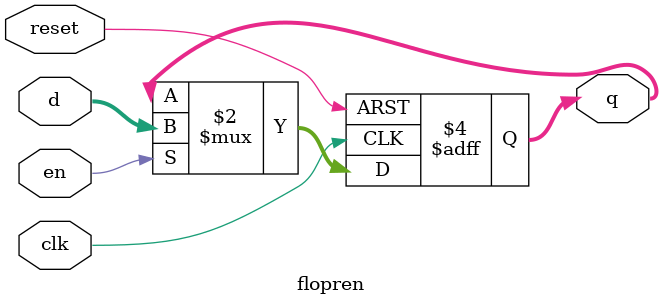
<source format=v>
module flopren(input            clk,
               input            reset, 
               input            en, 
               input      [3:0] d, 
               output reg [3:0] q);

  // asynchronous reset 
  always @(posedge clk, posedge reset)
    if (reset) q <= 4'b0;
    else if (en) q <= d;
endmodule



</source>
